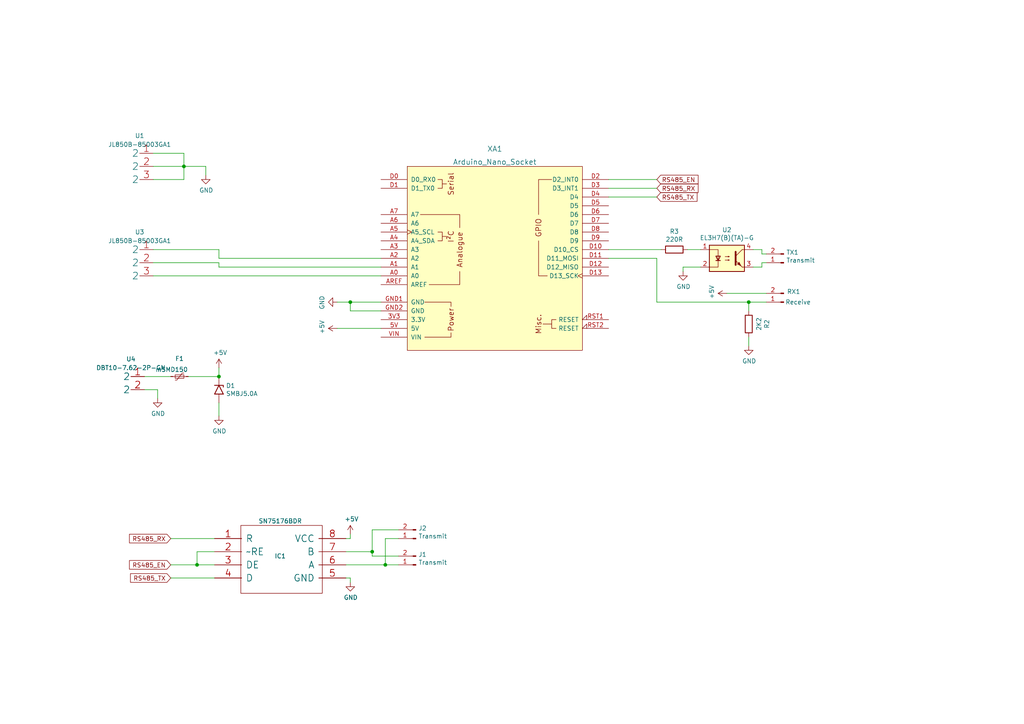
<source format=kicad_sch>
(kicad_sch (version 20211123) (generator eeschema)
  (paper "A4")
  (title_block (title "diyBMS ESP8266 Controller [legacy]") (date "2021-03-08") (rev "ESP8266") (company "Stuart Pittaway") (comment 1 "NOT FOR NEW DESIGNS"))
  (lib_symbols
    (symbol "Connector:Conn_01x02_Male" (pin_names (offset 1.016) hide)
      (property "Reference" "J" (at 0 2.54 0))
      (property "Value" "Connector_Conn_01x02_Male" (at 0 -5.08 0))
      (symbol "Conn_01x02_Male_1_1"
        (polyline (pts (xy 1.27 -2.54) (xy 0.8636 -2.54)) (stroke (width 0.1524)))
        (polyline (pts (xy 1.27 0) (xy 0.8636 0)) (stroke (width 0.1524)))
        (rectangle (start 0.8636 -2.413) (end 0 -2.667) (stroke (width 0.1524)) (fill (type outline)))
        (rectangle (start 0.8636 0.127) (end 0 -0.127) (stroke (width 0.1524)) (fill (type outline)))
        (pin passive line (at 5.08 0 180) (length 3.81) (name "Pin_1") (number "1"))
        (pin passive line (at 5.08 -2.54 180) (length 3.81) (name "Pin_2") (number "2"))
      )
    )
    (symbol "Device:Polyfuse_Small" (pin_numbers hide) (pin_names (offset 0))
      (property "Reference" "F" (at -1.905 0 90))
      (property "Value" "Device_Polyfuse_Small" (at 1.905 0 90))
      (symbol "Polyfuse_Small_0_1"
        (rectangle (start -0.508 1.27) (end 0.508 -1.27))
        (polyline (pts (xy 0 2.54) (xy 0 -2.54)))
        (polyline (pts (xy -1.016 1.27) (xy -1.016 0.762) (xy 1.016 -0.762) (xy 1.016 -1.27)))
      )
      (symbol "Polyfuse_Small_1_1"
        (pin passive line (at 0 2.54 270) (length 0.635) (name "~") (number "1"))
        (pin passive line (at 0 -2.54 90) (length 0.635) (name "~") (number "2"))
      )
    )
    (symbol "Device:R" (pin_numbers hide) (pin_names (offset 0))
      (property "Reference" "R" (at 2.032 0 90))
      (property "Value" "Device_R" (at 0 0 90))
      (symbol "R_0_1"
        (rectangle (start -1.016 -2.54) (end 1.016 2.54) (stroke (width 0.254)))
      )
      (symbol "R_1_1"
        (pin passive line (at 0 3.81 270) (length 1.27) (name "~") (number "1"))
        (pin passive line (at 0 -3.81 90) (length 1.27) (name "~") (number "2"))
      )
    )
    (symbol "Diode:SM6T6V8A" (pin_numbers hide) (pin_names (offset 1.016) hide)
      (property "Reference" "D" (at 0 2.54 0))
      (property "Value" "Diode_SM6T6V8A" (at 0 -2.54 0))
      (symbol "SM6T6V8A_0_1"
        (polyline (pts (xy -0.762 1.27) (xy -1.27 1.27) (xy -1.27 -1.27)) (stroke (width 0.254)))
        (polyline (pts (xy 1.27 1.27) (xy 1.27 -1.27) (xy -1.27 0) (xy 1.27 1.27)) (stroke (width 0.254)))
      )
      (symbol "SM6T6V8A_1_1"
        (pin passive line (at -3.81 0 0) (length 2.54) (name "A1") (number "1"))
        (pin passive line (at 3.81 0 180) (length 2.54) (name "A2") (number "2"))
      )
    )
    (symbol "Isolator:PC817" (pin_names (offset 1.016))
      (property "Reference" "U" (at -5.08 5.08 0))
      (property "Value" "Isolator_PC817" (at 0 5.08 0))
      (symbol "PC817_0_1"
        (rectangle (start -5.08 3.81) (end 5.08 -3.81) (stroke (width 0.254)) (fill (type background)))
        (polyline (pts (xy -3.175 -0.635) (xy -1.905 -0.635)) (stroke (width 0.254)))
        (polyline (pts (xy 2.54 0.635) (xy 4.445 2.54)))
        (polyline (pts (xy 4.445 -2.54) (xy 2.54 -0.635)) (fill (type outline)))
        (polyline (pts (xy 4.445 -2.54) (xy 5.08 -2.54)))
        (polyline (pts (xy 4.445 2.54) (xy 5.08 2.54)))
        (polyline (pts (xy -5.08 2.54) (xy -2.54 2.54) (xy -2.54 -0.635)))
        (polyline (pts (xy -2.54 -0.635) (xy -2.54 -2.54) (xy -5.08 -2.54)))
        (polyline (pts (xy 2.54 1.905) (xy 2.54 -1.905) (xy 2.54 -1.905)) (stroke (width 0.508)))
        (polyline (pts (xy -2.54 -0.635) (xy -3.175 0.635) (xy -1.905 0.635) (xy -2.54 -0.635)) (stroke (width 0.254)))
        (polyline (pts (xy -0.508 -0.508) (xy 0.762 -0.508) (xy 0.381 -0.635) (xy 0.381 -0.381) (xy 0.762 -0.508)))
        (polyline (pts (xy -0.508 0.508) (xy 0.762 0.508) (xy 0.381 0.381) (xy 0.381 0.635) (xy 0.762 0.508)))
        (polyline (pts (xy 3.048 -1.651) (xy 3.556 -1.143) (xy 4.064 -2.159) (xy 3.048 -1.651) (xy 3.048 -1.651)) (fill (type outline)))
      )
      (symbol "PC817_1_1"
        (pin passive line (at -7.62 2.54 0) (length 2.54) (name "~") (number "1"))
        (pin passive line (at -7.62 -2.54 0) (length 2.54) (name "~") (number "2"))
        (pin passive line (at 7.62 -2.54 180) (length 2.54) (name "~") (number "3"))
        (pin passive line (at 7.62 2.54 180) (length 2.54) (name "~") (number "4"))
      )
    )
    (symbol "arduino_nano:Arduino_Nano_Socket" (pin_names (offset 1.016))
      (property "Reference" "XA" (at 2.54 0 90))
      (property "Value" "Arduino_Nano_Socket" (at -2.54 0 90))
      (symbol "Arduino_Nano_Socket_0_0"
        (rectangle (start -25.4 26.67) (end 25.4 -26.67) (fill (type background)))
        (polyline (pts (xy -15.24 6.35) (xy -13.97 6.35)))
        (polyline (pts (xy -15.24 21.59) (xy -13.97 21.59)))
        (polyline (pts (xy 16.51 -19.05) (xy 13.97 -19.05)))
        (polyline (pts (xy -20.32 -22.86) (xy -12.7 -22.86) (xy -12.7 -21.59)))
        (polyline (pts (xy -12.7 -13.97) (xy -12.7 -12.7) (xy -20.32 -12.7)))
        (polyline (pts (xy -16.51 7.62) (xy -15.24 7.62) (xy -15.24 5.08) (xy -16.51 5.08)))
        (polyline (pts (xy -16.51 22.86) (xy -15.24 22.86) (xy -15.24 20.32) (xy -16.51 20.32)))
        (text "Analogue" (at -10.16 2.54 900) (effects (font (size 1.524 1.524))))
        (text "I²C" (at -12.7 6.35 900) (effects (font (size 1.524 1.524))))
        (text "Misc." (at 12.7 -19.05 900) (effects (font (size 1.524 1.524))))
        (text "Power" (at -12.7 -17.78 900) (effects (font (size 1.524 1.524))))
        (text "Serial" (at -12.7 21.59 900) (effects (font (size 1.524 1.524))))
      )
      (symbol "Arduino_Nano_Socket_0_1"
        (polyline (pts (xy -21.59 12.7) (xy -10.16 12.7) (xy -10.16 8.89)))
        (polyline (pts (xy -19.05 -7.62) (xy -10.16 -7.62) (xy -10.16 -3.81)))
        (polyline (pts (xy 15.24 -5.08) (xy 12.7 -5.08) (xy 12.7 5.08)))
        (polyline (pts (xy 16.51 22.86) (xy 12.7 22.86) (xy 12.7 12.7)))
        (polyline (pts (xy 17.78 -17.78) (xy 16.51 -17.78) (xy 16.51 -20.32) (xy 17.78 -20.32)))
      )
      (symbol "Arduino_Nano_Socket_1_0"
        (text "GPIO" (at 12.7 8.89 900) (effects (font (size 1.524 1.524))))
      )
      (symbol "Arduino_Nano_Socket_1_1"
        (pin power_in line (at -33.02 -17.78 0) (length 7.62) (name "3.3V") (number "3V3"))
        (pin power_in line (at -33.02 -20.32 0) (length 7.62) (name "5V") (number "5V"))
        (pin bidirectional line (at -33.02 -5.08 0) (length 7.62) (name "A0") (number "A0"))
        (pin bidirectional line (at -33.02 -2.54 0) (length 7.62) (name "A1") (number "A1"))
        (pin bidirectional line (at -33.02 0 0) (length 7.62) (name "A2") (number "A2"))
        (pin bidirectional line (at -33.02 2.54 0) (length 7.62) (name "A3") (number "A3"))
        (pin bidirectional line (at -33.02 5.08 0) (length 7.62) (name "A4_SDA") (number "A4"))
        (pin bidirectional clock (at -33.02 7.62 0) (length 7.62) (name "A5_SCL") (number "A5"))
        (pin input line (at -33.02 10.16 0) (length 7.62) (name "A6") (number "A6"))
        (pin input line (at -33.02 12.7 0) (length 7.62) (name "A7") (number "A7"))
        (pin input line (at -33.02 -7.62 0) (length 7.62) (name "AREF") (number "AREF"))
        (pin bidirectional line (at -33.02 22.86 0) (length 7.62) (name "D0_RX0") (number "D0"))
        (pin bidirectional line (at -33.02 20.32 0) (length 7.62) (name "D1_TX0") (number "D1"))
        (pin bidirectional line (at 33.02 2.54 180) (length 7.62) (name "D10_CS") (number "D10"))
        (pin bidirectional line (at 33.02 0 180) (length 7.62) (name "D11_MOSI") (number "D11"))
        (pin bidirectional line (at 33.02 -2.54 180) (length 7.62) (name "D12_MISO") (number "D12"))
        (pin bidirectional clock (at 33.02 -5.08 180) (length 7.62) (name "D13_SCK") (number "D13"))
        (pin bidirectional line (at 33.02 22.86 180) (length 7.62) (name "D2_INT0") (number "D2"))
        (pin bidirectional line (at 33.02 20.32 180) (length 7.62) (name "D3_INT1") (number "D3"))
        (pin bidirectional line (at 33.02 17.78 180) (length 7.62) (name "D4") (number "D4"))
        (pin bidirectional line (at 33.02 15.24 180) (length 7.62) (name "D5") (number "D5"))
        (pin bidirectional line (at 33.02 12.7 180) (length 7.62) (name "D6") (number "D6"))
        (pin bidirectional line (at 33.02 10.16 180) (length 7.62) (name "D7") (number "D7"))
        (pin bidirectional line (at 33.02 7.62 180) (length 7.62) (name "D8") (number "D8"))
        (pin bidirectional line (at 33.02 5.08 180) (length 7.62) (name "D9") (number "D9"))
        (pin power_in line (at -33.02 -12.7 0) (length 7.62) (name "GND") (number "GND1"))
        (pin power_in line (at -33.02 -15.24 0) (length 7.62) (name "GND") (number "GND2"))
        (pin open_collector input_low (at 33.02 -17.78 180) (length 7.62) (name "RESET") (number "RST1"))
        (pin open_collector input_low (at 33.02 -20.32 180) (length 7.62) (name "RESET") (number "RST2"))
        (pin power_in line (at -33.02 -22.86 0) (length 7.62) (name "VIN") (number "VIN"))
      )
    )
    (symbol "librarie:DBT10-7.62-2P-GN" (pin_names (offset 0.1969))
      (property "Reference" "U" (at 0 15.748 0))
      (property "Value" "DBT10-7.62-2P-GN" (at 0 -15.748 0))
      (symbol "DBT10-7.62-2P-GN_1_1"
        (pin unspecified line (at 1.27 -3.81 180) (length 3.937) (name "2") (number "1"))
        (pin unspecified line (at 1.27 -7.62 180) (length 3.937) (name "2") (number "2"))
      )
    )
    (symbol "librarie:JL850B-85003GA1" (pin_names (offset 0.1969))
      (property "Reference" "U" (at 0 15.748 0))
      (property "Value" "JL850B-85003GA1" (at 0 -15.748 0))
      (symbol "JL850B-85003GA1_1_1"
        (pin unspecified line (at 0 -1.27 180) (length 3.937) (name "2") (number "1"))
        (pin unspecified line (at 0 -5.08 180) (length 3.937) (name "2") (number "2"))
        (pin unspecified line (at 0 -8.89 180) (length 3.937) (name "2") (number "3"))
      )
    )
    (symbol "librarie:SN75176BDR" (pin_names (offset 1.1811))
      (property "Reference" "IC" (at 0 0 0))
      (property "Value" "SN75176BDR" (at 0 10.16 0))
      (property "Footprint" "librarie:SN75176BDR" (at 0 12.7 0))
      (property "Datasheet" "http://www.ti.com/lit/ds/symlink/sn75176b.pdf" (at 0 15.24 0))
      (property "Description" "SN75176BDR, Line Transceiver Differential, 5 V, 8-Pin SOIC" (at 0 17.78 0))
      (property "Height" "1.75" (at 0 20.32 0))
      (property "Manufacturer_Name" "Texas Instruments" (at 0 22.86 0))
      (property "Manufacturer_Part_Number" "SN75176BDR" (at 0 25.4 0))
      (property "Mouser Part Number" "595-SN75176BDR" (at 0 27.94 0))
      (property "Mouser Price/Stock" "https://www.mouser.co.uk/ProductDetail/Texas-Instruments/SN75176BDR?qs=sbcp%2F4gpy09LI1PRfuQQ%252BA%3D%3D" (at 0 30.48 0))
      (property "Arrow Part Number" "SN75176BDR" (at 0 33.02 0))
      (property "Arrow Price/Stock" "https://www.arrow.com/en/products/sn75176bdr/texas-instruments?region=nac" (at 0 35.56 0))
      (property "LCSC Part Number" "C7063" (at 0 38.1 0))
      (property "Package" "SOIC-8_150mil" (at 0 40.64 9))
      (symbol "SN75176BDR_0_0"
        (pin passive line (at -19.05 5.08 0) (length 7.874) (name "R") (number "1"))
        (pin passive line (at -19.05 1.27 0) (length 7.874) (name "~RE") (number "2"))
        (pin passive line (at -19.05 -2.54 0) (length 7.874) (name "DE") (number "3"))
        (pin passive line (at -19.05 -6.35 0) (length 7.874) (name "D") (number "4"))
        (pin passive line (at 19.05 -6.35 180) (length 7.874) (name "GND") (number "5"))
        (pin passive line (at 19.05 -2.54 180) (length 7.874) (name "A") (number "6"))
        (pin passive line (at 19.05 1.27 180) (length 7.874) (name "B") (number "7"))
        (pin passive line (at 19.05 5.08 180) (length 7.874) (name "VCC") (number "8"))
      )
      (symbol "SN75176BDR_0_1"
        (polyline (pts (xy -11.43 8.89) (xy 12.1921 8.89) (xy 12.1921 -10.795) (xy -11.43 -10.795) (xy -11.43 8.89)))
      )
    )
    (symbol "power:+5V" (power) (pin_names (offset 0))
      (property "Value" "power_+5V" (at 0 3.556 0))
      (symbol "+5V_0_1"
        (polyline (pts (xy -0.762 1.27) (xy 0 2.54)))
        (polyline (pts (xy 0 0) (xy 0 2.54)))
        (polyline (pts (xy 0 2.54) (xy 0.762 1.27)))
      )
      (symbol "+5V_1_1"
        (pin power_in line (at 0 0 90) (length 0) hide (name "+5V") (number "1"))
      )
    )
    (symbol "power:GND" (power) (pin_names (offset 0))
      (property "Value" "power_GND" (at 0 -3.81 0))
      (symbol "GND_0_1"
        (polyline (pts (xy 0 0) (xy 0 -1.27) (xy 1.27 -1.27) (xy 0 -2.54) (xy -1.27 -1.27) (xy 0 -1.27)))
      )
      (symbol "GND_1_1"
        (pin power_in line (at 0 0 270) (length 0) hide (name "GND") (number "1"))
      )
    )
  )
  (junction (at 107.95 160.02))
  (junction (at 101.6 87.63))
  (junction (at 217.17 87.63))
  (junction (at 63.5 109.22))
  (junction (at 57.15 163.83))
  (junction (at 53.34 48.26))
  (junction (at 111.76 163.83))
  (wire (pts (xy 63.5 76.2) (xy 44.45 76.2)))
  (wire (pts (xy 176.53 74.93) (xy 190.5 74.93)))
  (wire (pts (xy 63.5 72.39) (xy 44.45 72.39)))
  (wire (pts (xy 41.91 113.03) (xy 45.72 113.03)))
  (wire (pts (xy 97.79 95.25) (xy 110.49 95.25)))
  (wire (pts (xy 199.39 72.39) (xy 203.2 72.39)))
  (wire (pts (xy 57.15 163.83) (xy 62.23 163.83)))
  (wire (pts (xy 107.95 160.02) (xy 107.95 161.29)))
  (wire (pts (xy 198.12 77.47) (xy 203.2 77.47)))
  (wire (pts (xy 97.79 87.63) (xy 101.6 87.63)))
  (wire (pts (xy 111.76 163.83) (xy 115.57 163.83)))
  (wire (pts (xy 49.53 163.83) (xy 57.15 163.83)))
  (wire (pts (xy 59.69 48.26) (xy 59.69 50.8)))
  (wire (pts (xy 62.23 160.02) (xy 57.15 160.02)))
  (wire (pts (xy 220.98 76.2) (xy 220.98 77.47)))
  (wire (pts (xy 54.61 109.22) (xy 63.5 109.22)))
  (wire (pts (xy 210.82 85.09) (xy 222.25 85.09)))
  (wire (pts (xy 115.57 156.21) (xy 111.76 156.21)))
  (wire (pts (xy 63.5 116.84) (xy 63.5 120.65)))
  (wire (pts (xy 44.45 44.45) (xy 53.34 44.45)))
  (wire (pts (xy 101.6 156.21) (xy 101.6 154.94)))
  (wire (pts (xy 101.6 168.91) (xy 101.6 167.64)))
  (wire (pts (xy 49.53 156.21) (xy 62.23 156.21)))
  (wire (pts (xy 57.15 160.02) (xy 57.15 163.83)))
  (wire (pts (xy 176.53 54.61) (xy 190.5 54.61)))
  (wire (pts (xy 100.33 160.02) (xy 107.95 160.02)))
  (wire (pts (xy 101.6 167.64) (xy 100.33 167.64)))
  (wire (pts (xy 218.44 72.39) (xy 220.98 72.39)))
  (wire (pts (xy 63.5 106.68) (xy 63.5 109.22)))
  (wire (pts (xy 220.98 77.47) (xy 218.44 77.47)))
  (wire (pts (xy 217.17 97.79) (xy 217.17 100.33)))
  (wire (pts (xy 111.76 156.21) (xy 111.76 163.83)))
  (wire (pts (xy 53.34 48.26) (xy 53.34 52.07)))
  (wire (pts (xy 107.95 153.67) (xy 107.95 160.02)))
  (wire (pts (xy 110.49 74.93) (xy 63.5 74.93)))
  (wire (pts (xy 53.34 48.26) (xy 59.69 48.26)))
  (wire (pts (xy 217.17 87.63) (xy 217.17 90.17)))
  (wire (pts (xy 100.33 156.21) (xy 101.6 156.21)))
  (wire (pts (xy 53.34 44.45) (xy 53.34 48.26)))
  (wire (pts (xy 176.53 52.07) (xy 190.5 52.07)))
  (wire (pts (xy 41.91 109.22) (xy 49.53 109.22)))
  (wire (pts (xy 44.45 80.01) (xy 110.49 80.01)))
  (wire (pts (xy 101.6 87.63) (xy 101.6 90.17)))
  (wire (pts (xy 63.5 77.47) (xy 63.5 76.2)))
  (wire (pts (xy 49.53 167.64) (xy 62.23 167.64)))
  (wire (pts (xy 217.17 87.63) (xy 190.5 87.63)))
  (wire (pts (xy 198.12 77.47) (xy 198.12 78.74)))
  (wire (pts (xy 45.72 113.03) (xy 45.72 115.57)))
  (wire (pts (xy 176.53 72.39) (xy 191.77 72.39)))
  (wire (pts (xy 44.45 48.26) (xy 53.34 48.26)))
  (wire (pts (xy 101.6 90.17) (xy 110.49 90.17)))
  (wire (pts (xy 176.53 57.15) (xy 190.5 57.15)))
  (wire (pts (xy 220.98 72.39) (xy 220.98 73.66)))
  (wire (pts (xy 220.98 73.66) (xy 222.25 73.66)))
  (wire (pts (xy 63.5 74.93) (xy 63.5 72.39)))
  (wire (pts (xy 222.25 76.2) (xy 220.98 76.2)))
  (wire (pts (xy 222.25 87.63) (xy 217.17 87.63)))
  (wire (pts (xy 115.57 153.67) (xy 107.95 153.67)))
  (wire (pts (xy 44.45 52.07) (xy 53.34 52.07)))
  (wire (pts (xy 190.5 74.93) (xy 190.5 87.63)))
  (wire (pts (xy 101.6 87.63) (xy 110.49 87.63)))
  (wire (pts (xy 100.33 163.83) (xy 111.76 163.83)))
  (wire (pts (xy 107.95 161.29) (xy 115.57 161.29)))
  (wire (pts (xy 110.49 77.47) (xy 63.5 77.47)))
  (global_label "RS485_TX" (shape input) (at 49.53 167.64 180) (property "Intersheet References" "${INTERSHEET_REFS}" (effects hide)))
  (global_label "RS485_TX" (shape input) (at 190.5 57.15 0) (property "Intersheet References" "${INTERSHEET_REFS}" (effects hide)))
  (global_label "RS485_RX" (shape input) (at 49.53 156.21 180) (property "Intersheet References" "${INTERSHEET_REFS}" (effects hide)))
  (global_label "RS485_EN" (shape input) (at 190.5 52.07 0) (property "Intersheet References" "${INTERSHEET_REFS}" (effects hide)))
  (global_label "RS485_RX" (shape input) (at 190.5 54.61 0) (property "Intersheet References" "${INTERSHEET_REFS}" (effects hide)))
  (global_label "RS485_EN" (shape input) (at 49.53 163.83 180) (property "Intersheet References" "${INTERSHEET_REFS}" (effects hide)))
  (symbol (lib_id "power:+5V") (at 210.82 85.09 90) (unit 1)
    (property "Reference" "#PWR0102" (effects hide))
    (property "Value" "+5V" (at 206.4258 84.709 0))
  )
  (symbol (lib_id "Isolator:PC817") (at 210.82 74.93 0) (unit 1)
    (property "Reference" "U2" (at 210.82 66.675 0))
    (property "Value" "EL3H7(B)(TA)-G" (at 210.82 68.9864 0))
    (property "Footprint" "ModuleV440:opto" (effects hide))
    (property "Datasheet" "https://datasheet.lcsc.com/szlcsc/Everlight-Elec-EL3H7-B-TA-G_C32565.pdf" (effects hide))
    (property "LCSCStockCode" "C32565" (effects hide))
  )
  (symbol (lib_id "Connector:Conn_01x02_Male") (at 227.33 87.63 180) (unit 1)
    (property "Reference" "RX1" (at 232.156 84.582 0) (effects (justify left)))
    (property "Value" "Receive" (at 235.204 87.63 0) (effects (justify left)))
    (property "Footprint" "ModuleV440:jst" (effects hide))
    (property "Datasheet" "http://www.farnell.com/datasheets/2057211.pdf" (effects hide))
  )
  (symbol (lib_id "Connector:Conn_01x02_Male") (at 227.33 76.2 180) (unit 1)
    (property "Reference" "TX1" (at 228.0412 73.2028 0) (effects (justify right)))
    (property "Value" "Transmit" (at 228.0412 75.5142 0) (effects (justify right)))
    (property "Footprint" "ModuleV440:jst" (effects hide))
    (property "Datasheet" "http://www.farnell.com/datasheets/2057211.pdf" (effects hide))
  )
  (symbol (lib_id "Device:R") (at 217.17 93.98 180) (unit 1)
    (property "Reference" "R2" (at 222.4278 93.98 90))
    (property "Value" "2K2" (at 220.1164 93.98 90))
    (property "Footprint" "ModuleV440:resistor" (effects hide))
    (property "LCSCStockCode" "C17520" (effects hide))
    (property "PartNumber" "0805W8F2201T5E" (effects hide))
  )
  (symbol (lib_id "power:GND") (at 198.12 78.74 0) (unit 1)
    (property "Reference" "#PWR0105" (effects hide))
    (property "Value" "GND" (at 198.247 83.1342 0))
  )
  (symbol (lib_id "Device:R") (at 195.58 72.39 270) (unit 1)
    (property "Reference" "R3" (at 195.58 67.1322 90))
    (property "Value" "220R" (at 195.58 69.4436 90))
    (property "Footprint" "ModuleV440:resistor" (effects hide))
    (property "LCSCStockCode" "C17557" (effects hide))
    (property "PartNumber" "0805W8F2200T5E" (effects hide))
  )
  (symbol (lib_id "power:GND") (at 217.17 100.33 0) (unit 1)
    (property "Reference" "#PWR01" (effects hide))
    (property "Value" "GND" (at 217.297 104.7242 0))
  )
  (symbol (lib_id "power:GND") (at 45.72 115.57 0) (unit 1)
    (property "Reference" "#PWR07" (effects hide))
    (property "Value" "GND" (at 45.847 119.9642 0))
  )
  (symbol (lib_id "librarie:DBT10-7.62-2P-GN") (at 40.64 105.41 0) (unit 1)
    (property "Reference" "U4" (at 37.973 104.14 0))
    (property "Value" "DBT10-7.62-2P-GN" (at 37.973 106.68 0))
    (property "Footprint" "librarie:DBT10-7.62-2P-GN" (effects hide))
    (property "Datasheet" "https://datasheet.lcsc.com/lcsc/2009071708_DIBO-DBT10-7-62-2P-GN_C395930.pdf" (effects hide))
    (property "LCSC Part Number" "C395930" (effects hide))
    (property "Manufacturer" "DIBO" (effects hide))
    (property "Package" "P=7.62mm" (effects hide))
    (property "Description" "24A -40℃~+105℃ 450V Green 边脚 Double - Walled(Double) 14~22 Straight pin 2 1 7.62mm P=7.62mm Barrier Terminal Blocks ROHS" (effects hide))
    (property "LCSC Part Number_1" "C395930" (effects hide))
    (property "Package_1" "P=7.62mm" (effects hide))
  )
  (symbol (lib_id "power:GND") (at 101.6 168.91 0) (unit 1)
    (property "Reference" "#PWR06" (effects hide))
    (property "Value" "GND" (at 101.727 173.3042 0))
  )
  (symbol (lib_id "power:GND") (at 97.79 87.63 270) (unit 1)
    (property "Reference" "#PWR03" (effects hide))
    (property "Value" "GND" (at 93.3958 87.757 0))
  )
  (symbol (lib_id "power:GND") (at 59.69 50.8 0) (unit 1)
    (property "Reference" "#PWR02" (effects hide))
    (property "Value" "GND" (at 59.817 55.1942 0))
  )
  (symbol (lib_id "librarie:JL850B-85003GA1") (at 44.45 43.18 0) (unit 1)
    (property "Reference" "U1" (at 40.513 39.37 0))
    (property "Value" "JL850B-85003GA1" (at 40.513 41.91 0))
    (property "Footprint" "librarie:JL850B-85003GA1" (effects hide))
    (property "Datasheet" "https://datasheet.lcsc.com/lcsc/1912111437_JILN-JL850B-85003GA1_C409155.pdf" (effects hide))
    (property "LCSC Part Number" "C409155" (effects hide))
    (property "Manufacturer" "JILN" (effects hide))
    (property "Package" "P=8.5mm" (effects hide))
    (property "Description" "-40℃~+105℃ 20A 300V Green 边脚 Double - Walled(Double) 14~22 Straight pin 3 1 8.5mm P=8.5mm Barrier Terminal Blocks ROHS" (effects hide))
    (property "LCSC Part Number_1" "C409155" (effects hide))
    (property "Package_1" "P=8.5mm" (effects hide))
  )
  (symbol (lib_id "power:GND") (at 63.5 120.65 0) (unit 1)
    (property "Reference" "#PWR09" (effects hide))
    (property "Value" "GND" (at 63.627 125.0442 0))
  )
  (symbol (lib_id "Connector:Conn_01x02_Male") (at 120.65 156.21 180) (unit 1)
    (property "Reference" "J2" (at 121.3612 153.2128 0) (effects (justify right)))
    (property "Value" "Transmit" (at 121.3612 155.5242 0) (effects (justify right)))
    (property "Footprint" "ModuleV440:jst" (effects hide))
    (property "Datasheet" "http://www.farnell.com/datasheets/2057211.pdf" (effects hide))
  )
  (symbol (lib_id "librarie:SN75176BDR") (at 81.28 161.29 0) (unit 1)
    (property "Reference" "IC1" (at 81.28 161.29 0))
    (property "Value" "SN75176BDR" (at 81.28 151.13 0))
    (property "Footprint" "librarie:SN75176BDR" (effects hide))
    (property "Datasheet" "http://www.ti.com/lit/ds/symlink/sn75176b.pdf" (effects hide))
    (property "Description" "SN75176BDR, Line Transceiver Differential, 5 V, 8-Pin SOIC" (effects hide))
    (property "Height" "1.75" (effects hide))
    (property "Manufacturer_Name" "Texas Instruments" (effects hide))
    (property "Manufacturer_Part_Number" "SN75176BDR" (effects hide))
    (property "Mouser Part Number" "595-SN75176BDR" (effects hide))
    (property "Mouser Price/Stock" "https://www.mouser.co.uk/ProductDetail/Texas-Instruments/SN75176BDR?qs=sbcp%2F4gpy09LI1PRfuQQ%252BA%3D%3D" (effects hide))
    (property "Arrow Part Number" "SN75176BDR" (effects hide))
    (property "Arrow Price/Stock" "https://www.arrow.com/en/products/sn75176bdr/texas-instruments?region=nac" (effects hide))
    (property "LCSC Part Number" "C7063" (effects hide))
    (property "Package" "SOIC-8_150mil" (effects hide))
  )
  (symbol (lib_id "power:+5V") (at 101.6 154.94 0) (unit 1)
    (property "Reference" "#PWR05" (effects hide))
    (property "Value" "+5V" (at 101.981 150.5458 0))
  )
  (symbol (lib_id "Diode:SM6T6V8A") (at 63.5 113.03 270) (unit 1)
    (property "Reference" "D1" (at 65.532 111.8616 90) (effects (justify left)))
    (property "Value" "SMBJ5.0A" (at 65.532 114.173 90) (effects (justify left)))
    (property "Footprint" "ModuleV440:diodeSMB" (effects hide))
    (property "Datasheet" "https://datasheet.lcsc.com/szlcsc/1912111437_AnBon-SMBJ5-0A_C440263.pdf" (effects hide))
    (property "LCSCStockCode" "C440263" (effects hide))
    (property "JLCPCBRotation" "0" (effects hide))
  )
  (symbol (lib_id "librarie:JL850B-85003GA1") (at 44.45 71.12 0) (unit 1)
    (property "Reference" "U3" (at 40.513 67.31 0))
    (property "Value" "JL850B-85003GA1" (at 40.513 69.85 0))
    (property "Footprint" "librarie:JL850B-85003GA1" (effects hide))
    (property "Datasheet" "https://datasheet.lcsc.com/lcsc/1912111437_JILN-JL850B-85003GA1_C409155.pdf" (effects hide))
    (property "LCSC Part Number" "C409155" (effects hide))
    (property "Manufacturer" "JILN" (effects hide))
    (property "Package" "P=8.5mm" (effects hide))
    (property "Description" "-40℃~+105℃ 20A 300V Green 边脚 Double - Walled(Double) 14~22 Straight pin 3 1 8.5mm P=8.5mm Barrier Terminal Blocks ROHS" (effects hide))
    (property "LCSC Part Number_1" "C409155" (effects hide))
    (property "Package_1" "P=8.5mm" (effects hide))
  )
  (symbol (lib_id "arduino_nano:Arduino_Nano_Socket") (at 143.51 74.93 0) (unit 1)
    (property "Reference" "XA1" (at 143.51 43.18 0) (effects (font (size 1.524 1.524))))
    (property "Value" "Arduino_Nano_Socket" (at 143.51 46.99 0) (effects (font (size 1.524 1.524))))
    (property "Footprint" "arduino_nano:arduino_nano" (effects hide))
  )
  (symbol (lib_id "power:+5V") (at 97.79 95.25 90) (unit 1)
    (property "Reference" "#PWR04" (effects hide))
    (property "Value" "+5V" (at 93.3958 94.869 0))
  )
  (symbol (lib_id "power:+5V") (at 63.5 106.68 0) (unit 1)
    (property "Reference" "#PWR08" (effects hide))
    (property "Value" "+5V" (at 63.881 102.2858 0))
  )
  (symbol (lib_id "Connector:Conn_01x02_Male") (at 120.65 163.83 180) (unit 1)
    (property "Reference" "J1" (at 121.3612 160.8328 0) (effects (justify right)))
    (property "Value" "Transmit" (at 121.3612 163.1442 0) (effects (justify right)))
    (property "Footprint" "ModuleV440:jst" (effects hide))
    (property "Datasheet" "http://www.farnell.com/datasheets/2057211.pdf" (effects hide))
  )
  (symbol (lib_id "Device:Polyfuse_Small") (at 52.07 109.22 270) (unit 1)
    (property "Reference" "F1" (at 52.07 104.013 90))
    (property "Value" "mSMD150" (at 49.784 107.188 90))
    (property "Footprint" "ModuleV440:fuse" (effects hide))
    (property "Datasheet" "https://datasheet.lcsc.com/lcsc/1809211113_TECHFUSE-mSMD150-16V_C70122.pdf" (effects hide))
    (property "LCSCStockCode" "C70122" (effects hide))
    (property "PartNumber" "mSMD150" (effects hide))
  )
)
</source>
